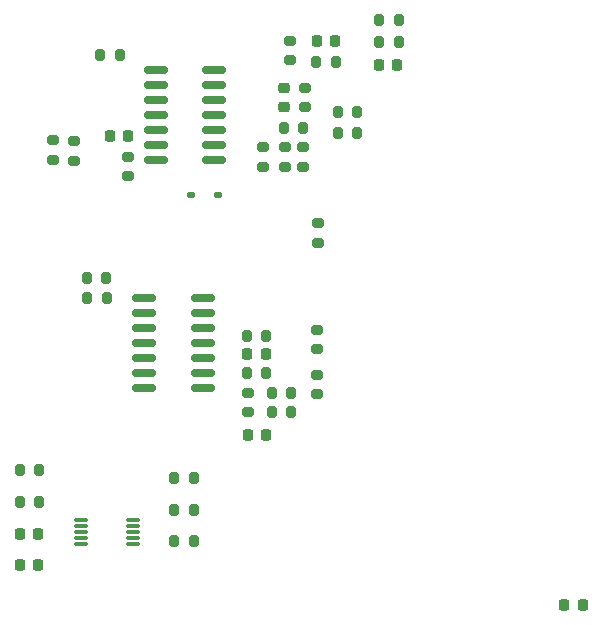
<source format=gbr>
%TF.GenerationSoftware,KiCad,Pcbnew,(7.0.0)*%
%TF.CreationDate,2024-02-23T19:06:02-08:00*%
%TF.ProjectId,Bottom_Board,426f7474-6f6d-45f4-926f-6172642e6b69,0*%
%TF.SameCoordinates,Original*%
%TF.FileFunction,Paste,Bot*%
%TF.FilePolarity,Positive*%
%FSLAX46Y46*%
G04 Gerber Fmt 4.6, Leading zero omitted, Abs format (unit mm)*
G04 Created by KiCad (PCBNEW (7.0.0)) date 2024-02-23 19:06:02*
%MOMM*%
%LPD*%
G01*
G04 APERTURE LIST*
G04 Aperture macros list*
%AMRoundRect*
0 Rectangle with rounded corners*
0 $1 Rounding radius*
0 $2 $3 $4 $5 $6 $7 $8 $9 X,Y pos of 4 corners*
0 Add a 4 corners polygon primitive as box body*
4,1,4,$2,$3,$4,$5,$6,$7,$8,$9,$2,$3,0*
0 Add four circle primitives for the rounded corners*
1,1,$1+$1,$2,$3*
1,1,$1+$1,$4,$5*
1,1,$1+$1,$6,$7*
1,1,$1+$1,$8,$9*
0 Add four rect primitives between the rounded corners*
20,1,$1+$1,$2,$3,$4,$5,0*
20,1,$1+$1,$4,$5,$6,$7,0*
20,1,$1+$1,$6,$7,$8,$9,0*
20,1,$1+$1,$8,$9,$2,$3,0*%
G04 Aperture macros list end*
%ADD10RoundRect,0.125000X-0.200000X-0.125000X0.200000X-0.125000X0.200000X0.125000X-0.200000X0.125000X0*%
%ADD11RoundRect,0.200000X0.275000X-0.200000X0.275000X0.200000X-0.275000X0.200000X-0.275000X-0.200000X0*%
%ADD12RoundRect,0.200000X-0.275000X0.200000X-0.275000X-0.200000X0.275000X-0.200000X0.275000X0.200000X0*%
%ADD13RoundRect,0.225000X-0.225000X-0.250000X0.225000X-0.250000X0.225000X0.250000X-0.225000X0.250000X0*%
%ADD14RoundRect,0.150000X0.825000X0.150000X-0.825000X0.150000X-0.825000X-0.150000X0.825000X-0.150000X0*%
%ADD15RoundRect,0.200000X0.200000X0.275000X-0.200000X0.275000X-0.200000X-0.275000X0.200000X-0.275000X0*%
%ADD16RoundRect,0.200000X-0.200000X-0.275000X0.200000X-0.275000X0.200000X0.275000X-0.200000X0.275000X0*%
%ADD17RoundRect,0.225000X0.225000X0.250000X-0.225000X0.250000X-0.225000X-0.250000X0.225000X-0.250000X0*%
%ADD18RoundRect,0.225000X0.250000X-0.225000X0.250000X0.225000X-0.250000X0.225000X-0.250000X-0.225000X0*%
%ADD19O,1.350000X0.299999*%
G04 APERTURE END LIST*
D10*
%TO.C,D1*%
X121707000Y-98698000D03*
X123957000Y-98698000D03*
%TD*%
D11*
%TO.C,R11*%
X109982000Y-94108000D03*
X109982000Y-95758000D03*
%TD*%
D12*
%TO.C,R13*%
X129616200Y-96329000D03*
X129616200Y-94679000D03*
%TD*%
%TO.C,R15*%
X116332000Y-97154000D03*
X116332000Y-95504000D03*
%TD*%
D13*
%TO.C,C8*%
X128016600Y-119076200D03*
X126466600Y-119076200D03*
%TD*%
D11*
%TO.C,R16*%
X132397600Y-101124500D03*
X132397600Y-102774500D03*
%TD*%
D13*
%TO.C,C3*%
X133884000Y-85648800D03*
X132334000Y-85648800D03*
%TD*%
D14*
%TO.C,U1*%
X123633000Y-88138000D03*
X123633000Y-89408000D03*
X123633000Y-90678000D03*
X123633000Y-91948000D03*
X123633000Y-93218000D03*
X123633000Y-94488000D03*
X123633000Y-95758000D03*
X118683000Y-95758000D03*
X118683000Y-94488000D03*
X118683000Y-93218000D03*
X118683000Y-91948000D03*
X118683000Y-90678000D03*
X118683000Y-89408000D03*
X118683000Y-88138000D03*
%TD*%
D12*
%TO.C,R10*%
X111760000Y-95821000D03*
X111760000Y-94171000D03*
%TD*%
%TO.C,R19*%
X132308600Y-111772200D03*
X132308600Y-110122200D03*
%TD*%
%TO.C,R14*%
X127762000Y-96329000D03*
X127762000Y-94679000D03*
%TD*%
D14*
%TO.C,U2*%
X122682000Y-107442000D03*
X122682000Y-108712000D03*
X122682000Y-109982000D03*
X122682000Y-111252000D03*
X122682000Y-112522000D03*
X122682000Y-113792000D03*
X122682000Y-115062000D03*
X117732000Y-115062000D03*
X117732000Y-113792000D03*
X117732000Y-112522000D03*
X117732000Y-111252000D03*
X117732000Y-109982000D03*
X117732000Y-108712000D03*
X117732000Y-107442000D03*
%TD*%
D15*
%TO.C,R24*%
X128498600Y-117094000D03*
X130148600Y-117094000D03*
%TD*%
D16*
%TO.C,R18*%
X114540800Y-107467400D03*
X112890800Y-107467400D03*
%TD*%
%TO.C,R1*%
X139257600Y-83953100D03*
X137607600Y-83953100D03*
%TD*%
D15*
%TO.C,R5*%
X113983000Y-86868000D03*
X115633000Y-86868000D03*
%TD*%
%TO.C,R6*%
X134112000Y-91694000D03*
X135762000Y-91694000D03*
%TD*%
%TO.C,R23*%
X128065800Y-113792000D03*
X126415800Y-113792000D03*
%TD*%
D16*
%TO.C,R2*%
X139255000Y-85810475D03*
X137605000Y-85810475D03*
%TD*%
D17*
%TO.C,C7*%
X128003600Y-112218200D03*
X126453600Y-112218200D03*
%TD*%
D18*
%TO.C,C5*%
X129590800Y-89687400D03*
X129590800Y-91237400D03*
%TD*%
D11*
%TO.C,R12*%
X131140200Y-94679000D03*
X131140200Y-96329000D03*
%TD*%
D16*
%TO.C,R22*%
X130148600Y-115520200D03*
X128498600Y-115520200D03*
%TD*%
D15*
%TO.C,R20*%
X128053600Y-110694200D03*
X126403600Y-110694200D03*
%TD*%
%TO.C,R17*%
X112852200Y-105740200D03*
X114502200Y-105740200D03*
%TD*%
D16*
%TO.C,R3*%
X133921000Y-87426800D03*
X132271000Y-87426800D03*
%TD*%
%TO.C,R8*%
X135762000Y-93472000D03*
X134112000Y-93472000D03*
%TD*%
D17*
%TO.C,C4*%
X137607600Y-87763100D03*
X139157600Y-87763100D03*
%TD*%
D12*
%TO.C,R7*%
X131368800Y-91287400D03*
X131368800Y-89637400D03*
%TD*%
%TO.C,R25*%
X126492000Y-117119400D03*
X126492000Y-115469400D03*
%TD*%
D17*
%TO.C,C6*%
X114795000Y-93726000D03*
X116345000Y-93726000D03*
%TD*%
D12*
%TO.C,R21*%
X132308600Y-115582200D03*
X132308600Y-113932200D03*
%TD*%
D11*
%TO.C,R4*%
X130048000Y-85648800D03*
X130048000Y-87298800D03*
%TD*%
D16*
%TO.C,R9*%
X131190000Y-93014800D03*
X129540000Y-93014800D03*
%TD*%
D15*
%TO.C,R28*%
X121920000Y-125360000D03*
X120270000Y-125360000D03*
%TD*%
D17*
%TO.C,C10*%
X108725000Y-130070000D03*
X107175000Y-130070000D03*
%TD*%
%TO.C,C11*%
X154839000Y-133400800D03*
X153289000Y-133400800D03*
%TD*%
D19*
%TO.C,U3*%
X116778998Y-126253998D03*
X116778998Y-126753997D03*
X116778998Y-127253999D03*
X116778998Y-127753998D03*
X116778998Y-128254000D03*
X112328997Y-128254000D03*
X112328997Y-127753998D03*
X112328997Y-127253999D03*
X112328997Y-126753997D03*
X112328997Y-126253998D03*
%TD*%
D15*
%TO.C,R29*%
X108838000Y-124714000D03*
X107188000Y-124714000D03*
%TD*%
D17*
%TO.C,C9*%
X108725000Y-127392000D03*
X107175000Y-127392000D03*
%TD*%
D16*
%TO.C,R26*%
X120270000Y-122682000D03*
X121920000Y-122682000D03*
%TD*%
D15*
%TO.C,R27*%
X108838000Y-122036000D03*
X107188000Y-122036000D03*
%TD*%
%TO.C,R30*%
X121920000Y-128038000D03*
X120270000Y-128038000D03*
%TD*%
M02*

</source>
